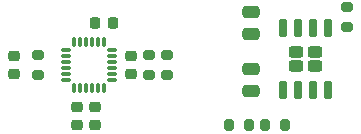
<source format=gbr>
%TF.GenerationSoftware,KiCad,Pcbnew,(6.0.1)*%
%TF.CreationDate,2022-02-11T11:56:36-05:00*%
%TF.ProjectId,POVshield-V3,504f5673-6869-4656-9c64-2d56332e6b69,rev?*%
%TF.SameCoordinates,Original*%
%TF.FileFunction,Paste,Top*%
%TF.FilePolarity,Positive*%
%FSLAX46Y46*%
G04 Gerber Fmt 4.6, Leading zero omitted, Abs format (unit mm)*
G04 Created by KiCad (PCBNEW (6.0.1)) date 2022-02-11 11:56:36*
%MOMM*%
%LPD*%
G01*
G04 APERTURE LIST*
G04 Aperture macros list*
%AMRoundRect*
0 Rectangle with rounded corners*
0 $1 Rounding radius*
0 $2 $3 $4 $5 $6 $7 $8 $9 X,Y pos of 4 corners*
0 Add a 4 corners polygon primitive as box body*
4,1,4,$2,$3,$4,$5,$6,$7,$8,$9,$2,$3,0*
0 Add four circle primitives for the rounded corners*
1,1,$1+$1,$2,$3*
1,1,$1+$1,$4,$5*
1,1,$1+$1,$6,$7*
1,1,$1+$1,$8,$9*
0 Add four rect primitives between the rounded corners*
20,1,$1+$1,$2,$3,$4,$5,0*
20,1,$1+$1,$4,$5,$6,$7,0*
20,1,$1+$1,$6,$7,$8,$9,0*
20,1,$1+$1,$8,$9,$2,$3,0*%
G04 Aperture macros list end*
%ADD10RoundRect,0.250000X0.475000X-0.250000X0.475000X0.250000X-0.475000X0.250000X-0.475000X-0.250000X0*%
%ADD11RoundRect,0.200000X0.275000X-0.200000X0.275000X0.200000X-0.275000X0.200000X-0.275000X-0.200000X0*%
%ADD12RoundRect,0.225000X-0.250000X0.225000X-0.250000X-0.225000X0.250000X-0.225000X0.250000X0.225000X0*%
%ADD13RoundRect,0.218750X-0.256250X0.218750X-0.256250X-0.218750X0.256250X-0.218750X0.256250X0.218750X0*%
%ADD14RoundRect,0.200000X0.200000X0.275000X-0.200000X0.275000X-0.200000X-0.275000X0.200000X-0.275000X0*%
%ADD15RoundRect,0.242500X-0.382500X0.242500X-0.382500X-0.242500X0.382500X-0.242500X0.382500X0.242500X0*%
%ADD16RoundRect,0.150000X-0.150000X0.650000X-0.150000X-0.650000X0.150000X-0.650000X0.150000X0.650000X0*%
%ADD17RoundRect,0.200000X-0.275000X0.200000X-0.275000X-0.200000X0.275000X-0.200000X0.275000X0.200000X0*%
%ADD18RoundRect,0.250000X-0.475000X0.250000X-0.475000X-0.250000X0.475000X-0.250000X0.475000X0.250000X0*%
%ADD19RoundRect,0.225000X0.250000X-0.225000X0.250000X0.225000X-0.250000X0.225000X-0.250000X-0.225000X0*%
%ADD20RoundRect,0.075000X-0.350000X-0.075000X0.350000X-0.075000X0.350000X0.075000X-0.350000X0.075000X0*%
%ADD21RoundRect,0.075000X0.075000X-0.350000X0.075000X0.350000X-0.075000X0.350000X-0.075000X-0.350000X0*%
%ADD22RoundRect,0.225000X-0.225000X-0.250000X0.225000X-0.250000X0.225000X0.250000X-0.225000X0.250000X0*%
G04 APERTURE END LIST*
D10*
X112776000Y-103820000D03*
X112776000Y-101920000D03*
D11*
X94742000Y-102425000D03*
X94742000Y-100775000D03*
D12*
X99568000Y-105143000D03*
X99568000Y-106693000D03*
D13*
X92710000Y-100812500D03*
X92710000Y-102387500D03*
D14*
X115633000Y-106680000D03*
X113983000Y-106680000D03*
X112585000Y-106680000D03*
X110935000Y-106680000D03*
D15*
X118136005Y-100492000D03*
X116586005Y-101692000D03*
X118136005Y-101692000D03*
X116586005Y-100492000D03*
D16*
X119266005Y-98442000D03*
X117996005Y-98442000D03*
X116726005Y-98442000D03*
X115456005Y-98442000D03*
X115456005Y-103742000D03*
X116726005Y-103742000D03*
X117996005Y-103742000D03*
X119266005Y-103742000D03*
D17*
X120904000Y-96711000D03*
X120904000Y-98361000D03*
D11*
X105664000Y-102425000D03*
X105664000Y-100775000D03*
D18*
X112776000Y-97094000D03*
X112776000Y-98994000D03*
D11*
X104140000Y-102425000D03*
X104140000Y-100775000D03*
D19*
X102616000Y-102375000D03*
X102616000Y-100825000D03*
D20*
X97110000Y-100350000D03*
X97110000Y-100850000D03*
X97110000Y-101350000D03*
X97110000Y-101850000D03*
X97110000Y-102350000D03*
X97110000Y-102850000D03*
D21*
X97810000Y-103550000D03*
X98310000Y-103550000D03*
X98810000Y-103550000D03*
X99310000Y-103550000D03*
X99810000Y-103550000D03*
X100310000Y-103550000D03*
D20*
X101010000Y-102850000D03*
X101010000Y-102350000D03*
X101010000Y-101850000D03*
X101010000Y-101350000D03*
X101010000Y-100850000D03*
X101010000Y-100350000D03*
D21*
X100310000Y-99650000D03*
X99810000Y-99650000D03*
X99310000Y-99650000D03*
X98810000Y-99650000D03*
X98310000Y-99650000D03*
X97810000Y-99650000D03*
D12*
X98044000Y-105143000D03*
X98044000Y-106693000D03*
D22*
X99555000Y-98044000D03*
X101105000Y-98044000D03*
M02*

</source>
